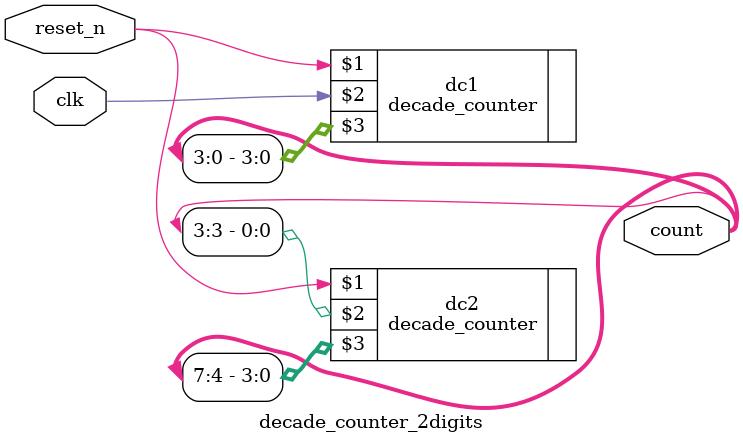
<source format=v>
/* CSED273 lab6 experiment 2 */
/* lab6_2.v */

`timescale 1ps / 1fs

/* Implement 2-decade BCD counter (0-99)
 * You must use decade BCD counter of lab6_1.v */
module decade_counter_2digits(input reset_n, input clk, output [7:0] count);

    ////////////////////////
    decade_counter dc1(reset_n,clk,count[3:0]);
    decade_counter dc2(reset_n,count[3],count[7:4]);
    ////////////////////////
	
endmodule

</source>
